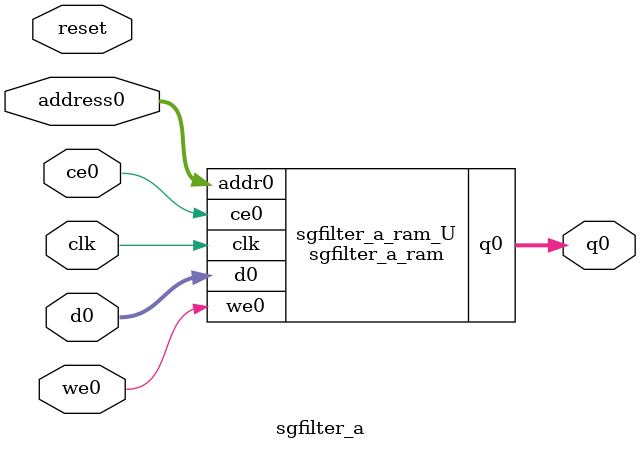
<source format=v>
`timescale 1 ns / 1 ps
module sgfilter_a_ram (addr0, ce0, d0, we0, q0,  clk);

parameter DWIDTH = 10;
parameter AWIDTH = 25;
parameter MEM_SIZE = 25952256;

input[AWIDTH-1:0] addr0;
input ce0;
input[DWIDTH-1:0] d0;
input we0;
output wire[DWIDTH-1:0] q0;
input clk;

(* ram_style = "block" *)reg [DWIDTH-1:0] ram[0:MEM_SIZE-1];
wire [AWIDTH-1:0] addr0_t0; 
reg [AWIDTH-1:0] addr0_t1; 
wire [DWIDTH-1:0] d0_t0; 
wire we0_t0; 
reg [DWIDTH-1:0] d0_t1; 
reg we0_t1; 
reg [DWIDTH-1:0] q0_t0;
reg [DWIDTH-1:0] q0_t1;


assign addr0_t0 = addr0;
assign d0_t0 = d0;
assign we0_t0 = we0;
assign q0 = q0_t1;

always @(posedge clk)  
begin
    if (ce0) 
    begin
        addr0_t1 <= addr0_t0; 
        d0_t1 <= d0_t0;
        we0_t1 <= we0_t0;
        q0_t1 <= q0_t0;
    end
end


always @(posedge clk)  
begin 
    if (ce0) 
    begin
        if (we0_t1) 
        begin 
            ram[addr0_t1] <= d0_t1; 
        end 
        q0_t0 <= ram[addr0_t1];
    end
end


endmodule

`timescale 1 ns / 1 ps
module sgfilter_a(
    reset,
    clk,
    address0,
    ce0,
    we0,
    d0,
    q0);

parameter DataWidth = 32'd10;
parameter AddressRange = 32'd25952256;
parameter AddressWidth = 32'd25;
input reset;
input clk;
input[AddressWidth - 1:0] address0;
input ce0;
input we0;
input[DataWidth - 1:0] d0;
output[DataWidth - 1:0] q0;



sgfilter_a_ram sgfilter_a_ram_U(
    .clk( clk ),
    .addr0( address0 ),
    .ce0( ce0 ),
    .we0( we0 ),
    .d0( d0 ),
    .q0( q0 ));

endmodule


</source>
